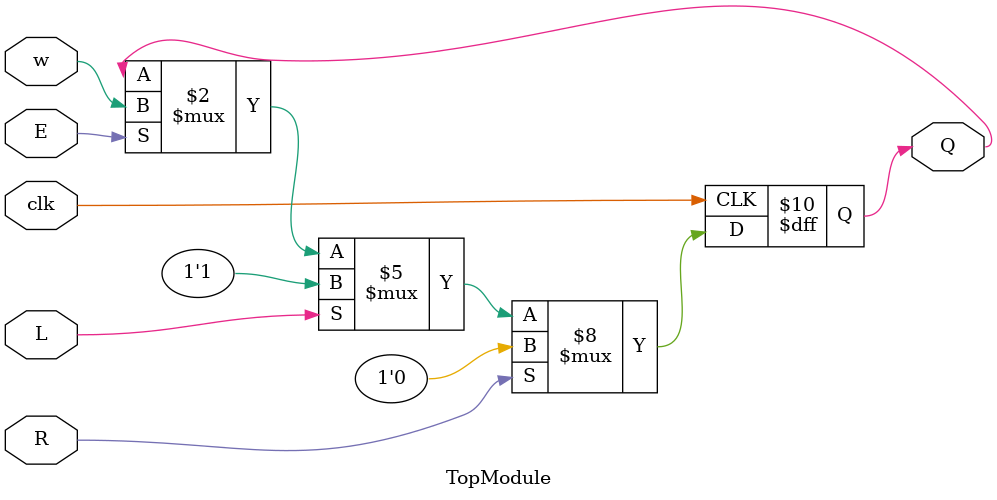
<source format=sv>
module TopModule (
    input  logic clk,
    input  logic w,
    input  logic R,
    input  logic E,
    input  logic L,
    output logic Q
);

    always @(posedge clk) begin
        if (R) begin
            Q <= 1'b0; // Reset Q to 0
        end else if (L) begin
            Q <= 1'b1; // Load value when L is asserted
        end else if (E) begin
            Q <= w; // Shift in value from previous stage
        end
    end

endmodule
</source>
